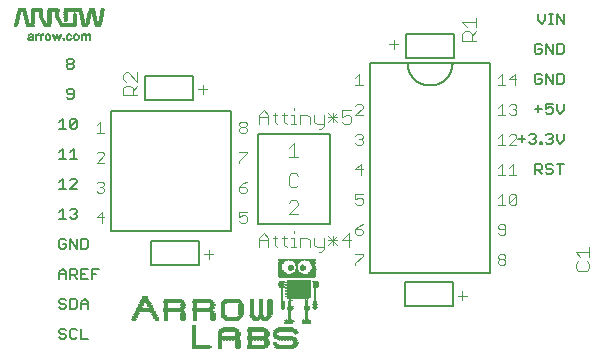
<source format=gto>
G75*
%MOIN*%
%OFA0B0*%
%FSLAX25Y25*%
%IPPOS*%
%LPD*%
%AMOC8*
5,1,8,0,0,1.08239X$1,22.5*
%
%ADD10R,0.06250X0.00250*%
%ADD11R,0.01500X0.00250*%
%ADD12R,0.01250X0.00250*%
%ADD13R,0.06000X0.00250*%
%ADD14R,0.05750X0.00250*%
%ADD15R,0.06500X0.00250*%
%ADD16R,0.01750X0.00250*%
%ADD17R,0.06750X0.00250*%
%ADD18R,0.07250X0.00250*%
%ADD19R,0.07000X0.00250*%
%ADD20R,0.07500X0.00250*%
%ADD21R,0.08000X0.00250*%
%ADD22R,0.02000X0.00250*%
%ADD23R,0.00250X0.00250*%
%ADD24R,0.07750X0.00250*%
%ADD25R,0.05250X0.00250*%
%ADD26R,0.04000X0.00250*%
%ADD27R,0.05500X0.00250*%
%ADD28R,0.05000X0.00250*%
%ADD29R,0.02250X0.00250*%
%ADD30R,0.03000X0.00250*%
%ADD31R,0.03250X0.00250*%
%ADD32R,0.04750X0.00250*%
%ADD33R,0.02750X0.00250*%
%ADD34R,0.02500X0.00250*%
%ADD35R,0.01000X0.00250*%
%ADD36R,0.00500X0.00250*%
%ADD37R,0.00750X0.00250*%
%ADD38R,0.08250X0.00250*%
%ADD39R,0.08500X0.00250*%
%ADD40R,0.12000X0.00250*%
%ADD41R,0.12500X0.00250*%
%ADD42R,0.12750X0.00250*%
%ADD43R,0.03750X0.00250*%
%ADD44R,0.03500X0.00250*%
%ADD45R,0.00600X0.00100*%
%ADD46R,0.01200X0.00100*%
%ADD47R,0.00500X0.00100*%
%ADD48R,0.01900X0.00100*%
%ADD49R,0.01400X0.00100*%
%ADD50R,0.00700X0.00100*%
%ADD51R,0.02000X0.00100*%
%ADD52R,0.01600X0.00100*%
%ADD53R,0.00800X0.00100*%
%ADD54R,0.00100X0.00100*%
%ADD55R,0.00900X0.00100*%
%ADD56R,0.01000X0.00100*%
%ADD57R,0.01800X0.00100*%
%ADD58R,0.00400X0.00100*%
%ADD59R,0.03200X0.00100*%
%ADD60R,0.01700X0.00100*%
%ADD61R,0.01500X0.00100*%
%ADD62R,0.02200X0.00100*%
%ADD63R,0.04900X0.00100*%
%ADD64R,0.02600X0.00100*%
%ADD65R,0.02100X0.00100*%
%ADD66R,0.05200X0.00100*%
%ADD67R,0.02700X0.00100*%
%ADD68R,0.02300X0.00100*%
%ADD69R,0.05400X0.00100*%
%ADD70R,0.01100X0.00100*%
%ADD71R,0.02800X0.00100*%
%ADD72R,0.05500X0.00100*%
%ADD73R,0.02400X0.00100*%
%ADD74R,0.05600X0.00100*%
%ADD75R,0.02900X0.00100*%
%ADD76R,0.02500X0.00100*%
%ADD77R,0.05700X0.00100*%
%ADD78R,0.05800X0.00100*%
%ADD79R,0.03000X0.00100*%
%ADD80R,0.01300X0.00100*%
%ADD81R,0.00200X0.00100*%
%ADD82R,0.03700X0.00100*%
%ADD83R,0.06200X0.00100*%
%ADD84R,0.03800X0.00100*%
%ADD85R,0.03600X0.00100*%
%ADD86R,0.06100X0.00100*%
%ADD87R,0.06000X0.00100*%
%ADD88R,0.03400X0.00100*%
%ADD89C,0.00600*%
%ADD90C,0.00500*%
%ADD91C,0.00300*%
%ADD92C,0.00400*%
D10*
X0085495Y0023906D03*
X0094745Y0027406D03*
X0104495Y0027406D03*
X0114495Y0021156D03*
X0122745Y0017906D03*
X0123995Y0021156D03*
X0132245Y0017906D03*
X0104245Y0012156D03*
X0104245Y0011156D03*
D11*
X0101870Y0012406D03*
X0101870Y0012656D03*
X0101870Y0012906D03*
X0101870Y0013156D03*
X0101870Y0013406D03*
X0101870Y0013656D03*
X0101870Y0013906D03*
X0101870Y0014156D03*
X0101870Y0014406D03*
X0101870Y0014656D03*
X0101870Y0014906D03*
X0101870Y0015156D03*
X0101870Y0015406D03*
X0101870Y0015656D03*
X0101870Y0015906D03*
X0101870Y0016156D03*
X0101870Y0016406D03*
X0101870Y0016656D03*
X0101870Y0016906D03*
X0101870Y0017156D03*
X0101870Y0017406D03*
X0101870Y0017656D03*
X0101870Y0017906D03*
X0101870Y0018156D03*
X0101870Y0018406D03*
X0101870Y0018656D03*
X0101870Y0018906D03*
X0102120Y0020656D03*
X0102120Y0020906D03*
X0102120Y0021156D03*
X0102120Y0021406D03*
X0102120Y0021656D03*
X0102120Y0021906D03*
X0102120Y0022156D03*
X0102120Y0022406D03*
X0102120Y0022656D03*
X0102120Y0022906D03*
X0102120Y0023156D03*
X0102120Y0023406D03*
X0102120Y0024906D03*
X0102120Y0025156D03*
X0102120Y0025406D03*
X0102120Y0025656D03*
X0102120Y0025906D03*
X0102120Y0026156D03*
X0098120Y0026156D03*
X0098120Y0025156D03*
X0098120Y0023156D03*
X0092370Y0023156D03*
X0092370Y0023406D03*
X0092370Y0022906D03*
X0092370Y0022656D03*
X0092370Y0022406D03*
X0092370Y0022156D03*
X0092370Y0021906D03*
X0092370Y0021656D03*
X0092370Y0021406D03*
X0092370Y0021156D03*
X0092370Y0020906D03*
X0092370Y0020656D03*
X0089370Y0020906D03*
X0089120Y0021406D03*
X0088870Y0021906D03*
X0088620Y0022406D03*
X0088370Y0022906D03*
X0087370Y0024906D03*
X0087120Y0025406D03*
X0086870Y0025906D03*
X0086620Y0026406D03*
X0084620Y0026656D03*
X0084370Y0026156D03*
X0084120Y0025656D03*
X0083870Y0025156D03*
X0082870Y0023156D03*
X0082620Y0022656D03*
X0082370Y0022156D03*
X0082120Y0021656D03*
X0081870Y0021156D03*
X0092370Y0024906D03*
X0092370Y0025156D03*
X0092370Y0025406D03*
X0092370Y0025656D03*
X0092370Y0025906D03*
X0092370Y0026156D03*
X0107870Y0026156D03*
X0107870Y0025156D03*
X0107870Y0023156D03*
X0111620Y0023156D03*
X0111620Y0023406D03*
X0111620Y0023656D03*
X0111620Y0023906D03*
X0111620Y0024156D03*
X0111620Y0024406D03*
X0111620Y0024656D03*
X0111620Y0024906D03*
X0111620Y0025156D03*
X0111620Y0025406D03*
X0111620Y0025656D03*
X0111620Y0025906D03*
X0111620Y0022906D03*
X0111620Y0022656D03*
X0111620Y0022406D03*
X0117370Y0022156D03*
X0121120Y0022406D03*
X0121120Y0022656D03*
X0121120Y0022906D03*
X0121120Y0023156D03*
X0121120Y0023406D03*
X0121120Y0023656D03*
X0121120Y0023906D03*
X0121120Y0024156D03*
X0121120Y0024406D03*
X0121120Y0024656D03*
X0121120Y0024906D03*
X0121120Y0025156D03*
X0121120Y0025406D03*
X0121120Y0025656D03*
X0121120Y0025906D03*
X0121120Y0026156D03*
X0121120Y0026406D03*
X0121120Y0026656D03*
X0121120Y0026906D03*
X0121120Y0027156D03*
X0121120Y0027406D03*
X0124120Y0027406D03*
X0124120Y0027156D03*
X0124120Y0026906D03*
X0124120Y0026656D03*
X0124120Y0026406D03*
X0124120Y0026156D03*
X0124120Y0025906D03*
X0124120Y0025656D03*
X0124120Y0025406D03*
X0124120Y0025156D03*
X0124120Y0024906D03*
X0124120Y0024656D03*
X0124120Y0024406D03*
X0124120Y0024156D03*
X0124120Y0023906D03*
X0124120Y0023656D03*
X0124120Y0023406D03*
X0124120Y0023156D03*
X0124120Y0022906D03*
X0124120Y0022656D03*
X0124120Y0022406D03*
X0126870Y0022156D03*
X0131370Y0024656D03*
X0131370Y0024906D03*
X0131370Y0025156D03*
X0131370Y0025406D03*
X0131370Y0025656D03*
X0131370Y0025906D03*
X0131370Y0026156D03*
X0131370Y0026406D03*
X0133870Y0023906D03*
X0133870Y0020906D03*
X0135620Y0016656D03*
X0135620Y0013656D03*
X0135620Y0013406D03*
X0135620Y0012656D03*
X0128870Y0012906D03*
X0128870Y0013156D03*
X0126120Y0013656D03*
X0126120Y0012656D03*
X0126120Y0016656D03*
X0128870Y0016406D03*
X0128870Y0016156D03*
X0128870Y0015906D03*
X0128870Y0015656D03*
X0120370Y0015656D03*
X0120370Y0015906D03*
X0120370Y0016156D03*
X0120370Y0016406D03*
X0120370Y0016656D03*
X0120370Y0015406D03*
X0120370Y0013906D03*
X0120370Y0013656D03*
X0120370Y0013406D03*
X0120370Y0013156D03*
X0120370Y0012906D03*
X0120370Y0012656D03*
X0120370Y0012406D03*
X0116370Y0016656D03*
X0110620Y0016406D03*
X0110620Y0016156D03*
X0110620Y0015906D03*
X0110620Y0015656D03*
X0110620Y0015406D03*
X0110620Y0013906D03*
X0110620Y0013656D03*
X0110620Y0013406D03*
X0110620Y0013156D03*
X0110620Y0012906D03*
X0110620Y0012656D03*
X0110620Y0012406D03*
X0110620Y0012156D03*
X0110620Y0011906D03*
X0110620Y0011656D03*
X0110620Y0011406D03*
X0110620Y0011156D03*
X0117370Y0026156D03*
X0130620Y0037406D03*
X0130620Y0037656D03*
X0130620Y0037906D03*
X0130620Y0038156D03*
X0130620Y0038406D03*
X0130620Y0038656D03*
X0130620Y0038906D03*
X0130620Y0039156D03*
X0136120Y0039656D03*
X0138120Y0037406D03*
X0136120Y0036906D03*
X0141620Y0037406D03*
X0141870Y0038656D03*
X0141620Y0038906D03*
X0141620Y0039156D03*
X0141620Y0039406D03*
X0142370Y0031656D03*
X0142120Y0026406D03*
X0142120Y0026156D03*
X0142120Y0025656D03*
X0142120Y0025406D03*
X0142120Y0025156D03*
X0142120Y0024656D03*
D12*
X0141995Y0024406D03*
X0139495Y0023906D03*
X0139495Y0020906D03*
X0135745Y0016156D03*
X0131495Y0024406D03*
X0131495Y0026656D03*
X0131495Y0026906D03*
X0133995Y0027156D03*
X0126995Y0027406D03*
X0141995Y0026906D03*
X0141995Y0026656D03*
X0141745Y0037906D03*
X0141745Y0038156D03*
X0141745Y0038406D03*
X0136245Y0039406D03*
X0134245Y0038906D03*
X0136245Y0037156D03*
X0107995Y0020656D03*
X0098245Y0020656D03*
X0089495Y0020656D03*
X0081745Y0020656D03*
X0116495Y0011156D03*
D13*
X0122620Y0011156D03*
X0113620Y0017656D03*
X0114620Y0027156D03*
X0085620Y0024156D03*
D14*
X0085495Y0024406D03*
X0132245Y0011156D03*
D15*
X0132370Y0011406D03*
X0131620Y0015156D03*
X0122870Y0011406D03*
X0113620Y0017406D03*
X0114620Y0021406D03*
X0124120Y0021406D03*
X0114620Y0026906D03*
X0104370Y0011906D03*
X0104370Y0011656D03*
X0104370Y0011406D03*
X0085620Y0023656D03*
D16*
X0087245Y0025156D03*
X0086995Y0025656D03*
X0086745Y0026156D03*
X0086495Y0026656D03*
X0085495Y0028406D03*
X0084495Y0026406D03*
X0084245Y0025906D03*
X0083995Y0025406D03*
X0083745Y0024906D03*
X0082995Y0023406D03*
X0082745Y0022906D03*
X0082495Y0022406D03*
X0082245Y0021906D03*
X0081995Y0021406D03*
X0081745Y0020906D03*
X0087995Y0023406D03*
X0088245Y0023156D03*
X0088495Y0022656D03*
X0088745Y0022156D03*
X0088995Y0021656D03*
X0089245Y0021156D03*
X0098245Y0021156D03*
X0098245Y0021406D03*
X0098245Y0021656D03*
X0098245Y0021906D03*
X0098245Y0022156D03*
X0098245Y0022406D03*
X0098245Y0022656D03*
X0098245Y0022906D03*
X0098245Y0020906D03*
X0097995Y0024906D03*
X0098245Y0025406D03*
X0098245Y0025656D03*
X0098245Y0025906D03*
X0107745Y0024906D03*
X0107995Y0025406D03*
X0107995Y0025656D03*
X0107995Y0025906D03*
X0107995Y0022906D03*
X0107995Y0022656D03*
X0107995Y0022406D03*
X0107995Y0022156D03*
X0107995Y0021906D03*
X0107995Y0021656D03*
X0107995Y0021406D03*
X0107995Y0021156D03*
X0107995Y0020906D03*
X0111745Y0022156D03*
X0117245Y0021906D03*
X0117495Y0022406D03*
X0117495Y0022656D03*
X0117495Y0022906D03*
X0117495Y0023156D03*
X0117495Y0023406D03*
X0117495Y0023656D03*
X0117495Y0023906D03*
X0117495Y0024156D03*
X0117495Y0024406D03*
X0117495Y0024656D03*
X0117495Y0024906D03*
X0117495Y0025156D03*
X0117495Y0025406D03*
X0117495Y0025656D03*
X0117495Y0025906D03*
X0121245Y0022156D03*
X0122495Y0020656D03*
X0123995Y0022156D03*
X0125495Y0020656D03*
X0126745Y0021906D03*
X0126995Y0022406D03*
X0126995Y0022656D03*
X0126995Y0022906D03*
X0126995Y0023156D03*
X0126995Y0023406D03*
X0126995Y0023656D03*
X0126995Y0023906D03*
X0126995Y0024156D03*
X0126995Y0024406D03*
X0126995Y0024656D03*
X0126995Y0024906D03*
X0126995Y0025156D03*
X0126995Y0025406D03*
X0126995Y0025656D03*
X0126995Y0025906D03*
X0126995Y0026156D03*
X0126995Y0026406D03*
X0126995Y0026656D03*
X0126995Y0026906D03*
X0126995Y0027156D03*
X0131245Y0031656D03*
X0130995Y0031906D03*
X0130995Y0033406D03*
X0130745Y0037156D03*
X0130745Y0039406D03*
X0130745Y0039656D03*
X0134245Y0038656D03*
X0134245Y0037656D03*
X0134245Y0037406D03*
X0136245Y0039906D03*
X0138245Y0038656D03*
X0141495Y0037156D03*
X0141495Y0036906D03*
X0141745Y0037656D03*
X0142245Y0033406D03*
X0142495Y0033156D03*
X0141995Y0025906D03*
X0141995Y0024906D03*
X0139495Y0025156D03*
X0133995Y0025156D03*
X0135745Y0016406D03*
X0135745Y0013156D03*
X0135745Y0012906D03*
X0135495Y0012406D03*
X0128995Y0012656D03*
X0126245Y0012906D03*
X0126245Y0013156D03*
X0126245Y0013406D03*
X0125995Y0012406D03*
X0125995Y0015406D03*
X0126245Y0015656D03*
X0126245Y0015906D03*
X0126245Y0016156D03*
X0126245Y0016406D03*
X0128995Y0016656D03*
X0128995Y0015406D03*
X0116495Y0015406D03*
X0116495Y0015656D03*
X0116495Y0015906D03*
X0116495Y0016156D03*
X0116495Y0016406D03*
X0116495Y0013906D03*
X0116495Y0013656D03*
X0116495Y0013406D03*
X0116495Y0013156D03*
X0116495Y0012906D03*
X0116495Y0012656D03*
X0116495Y0012406D03*
X0116495Y0012156D03*
X0116495Y0011906D03*
X0116495Y0011656D03*
X0116495Y0011406D03*
X0110745Y0016656D03*
X0111745Y0026156D03*
D17*
X0114495Y0026656D03*
X0104745Y0027156D03*
X0094995Y0027156D03*
X0113495Y0017156D03*
X0122995Y0017656D03*
X0132745Y0014156D03*
X0122995Y0011656D03*
D18*
X0123245Y0012156D03*
X0123245Y0014156D03*
X0123245Y0015156D03*
X0123245Y0016906D03*
X0131995Y0014906D03*
X0132245Y0014656D03*
X0132495Y0014406D03*
X0132245Y0011656D03*
X0104995Y0023656D03*
X0104995Y0024656D03*
X0104995Y0026406D03*
X0095245Y0026406D03*
X0095245Y0024656D03*
X0095245Y0023656D03*
D19*
X0095120Y0023906D03*
X0095120Y0024156D03*
X0095120Y0024406D03*
X0095120Y0026656D03*
X0095120Y0026906D03*
X0104870Y0026906D03*
X0104870Y0026656D03*
X0104870Y0024406D03*
X0104870Y0024156D03*
X0104870Y0023906D03*
X0114620Y0021656D03*
X0114620Y0026406D03*
X0124120Y0021656D03*
X0123120Y0017406D03*
X0123120Y0017156D03*
X0123120Y0014906D03*
X0123120Y0014656D03*
X0123120Y0014406D03*
X0123120Y0011906D03*
X0113620Y0016906D03*
X0132370Y0017656D03*
D20*
X0132370Y0017406D03*
X0132370Y0011906D03*
X0113620Y0014156D03*
X0113620Y0014406D03*
X0113620Y0014656D03*
X0113620Y0014906D03*
X0113620Y0015156D03*
X0136620Y0027906D03*
D21*
X0132370Y0016906D03*
X0132370Y0012156D03*
D22*
X0129120Y0012406D03*
X0125870Y0013906D03*
X0135370Y0013906D03*
X0121370Y0021906D03*
X0111870Y0021906D03*
X0107620Y0023406D03*
X0097870Y0023406D03*
X0085620Y0028156D03*
X0130870Y0032156D03*
X0130870Y0032656D03*
X0130870Y0032906D03*
X0131120Y0033156D03*
X0130870Y0036656D03*
X0130870Y0036906D03*
X0134120Y0037906D03*
X0134120Y0038406D03*
X0136120Y0036656D03*
X0138120Y0037656D03*
X0138120Y0037906D03*
X0138120Y0038156D03*
X0138120Y0038406D03*
X0141370Y0039906D03*
X0141620Y0039656D03*
X0142620Y0032656D03*
X0142620Y0032156D03*
X0142370Y0031906D03*
X0139620Y0024906D03*
X0139620Y0024156D03*
X0133870Y0024156D03*
X0133870Y0024656D03*
X0133870Y0024906D03*
X0130870Y0039906D03*
D23*
X0137995Y0039156D03*
X0141745Y0033656D03*
X0142245Y0033656D03*
X0142745Y0033656D03*
X0139745Y0027406D03*
X0139245Y0027406D03*
X0138495Y0020906D03*
X0132745Y0020906D03*
X0135745Y0015906D03*
X0133995Y0013906D03*
X0133495Y0013906D03*
X0132995Y0013906D03*
X0132495Y0013906D03*
X0131995Y0013906D03*
X0131495Y0013906D03*
X0130995Y0013906D03*
X0130495Y0013906D03*
X0124495Y0013906D03*
X0123995Y0013906D03*
X0123495Y0013906D03*
X0122995Y0013906D03*
X0122495Y0013906D03*
X0121995Y0013906D03*
X0121495Y0013906D03*
X0115245Y0013906D03*
X0114745Y0013906D03*
X0114245Y0013906D03*
X0113745Y0013906D03*
X0113245Y0013906D03*
X0112745Y0013906D03*
X0112245Y0013906D03*
X0111745Y0013906D03*
X0106245Y0023406D03*
X0105745Y0023406D03*
X0105245Y0023406D03*
X0104745Y0023406D03*
X0104245Y0023406D03*
X0103745Y0023406D03*
X0103245Y0023406D03*
X0096495Y0023406D03*
X0095995Y0023406D03*
X0095495Y0023406D03*
X0094995Y0023406D03*
X0094495Y0023406D03*
X0093995Y0023406D03*
X0093495Y0023406D03*
X0086745Y0023406D03*
X0086245Y0023406D03*
X0085745Y0023406D03*
X0085245Y0023406D03*
X0084745Y0023406D03*
X0084245Y0023406D03*
X0130745Y0033656D03*
X0131245Y0033656D03*
X0131745Y0033656D03*
D24*
X0136745Y0033906D03*
X0132245Y0017156D03*
D25*
X0114495Y0027406D03*
X0113495Y0017906D03*
D26*
X0113620Y0018156D03*
X0114620Y0027656D03*
D27*
X0114620Y0020906D03*
X0122620Y0018156D03*
X0104370Y0027656D03*
X0094620Y0027656D03*
X0085620Y0024656D03*
D28*
X0132370Y0018156D03*
X0136120Y0040656D03*
D29*
X0141245Y0040156D03*
X0134245Y0038156D03*
X0130995Y0040156D03*
X0141495Y0036656D03*
X0142495Y0032906D03*
X0142495Y0032406D03*
X0130995Y0032406D03*
X0139495Y0024656D03*
X0139495Y0024406D03*
X0133995Y0024406D03*
X0133745Y0019406D03*
X0139245Y0019406D03*
X0123995Y0021906D03*
X0085495Y0027906D03*
D30*
X0085620Y0027156D03*
X0131370Y0036156D03*
X0141120Y0040406D03*
X0139370Y0020656D03*
X0139370Y0020406D03*
X0139370Y0020156D03*
X0139370Y0019906D03*
X0139370Y0019656D03*
X0133620Y0019656D03*
X0133620Y0019906D03*
X0133620Y0020406D03*
D31*
X0133745Y0020156D03*
X0085495Y0026906D03*
D32*
X0114495Y0020656D03*
D33*
X0125495Y0020906D03*
X0133745Y0020656D03*
X0140995Y0036156D03*
X0131245Y0040406D03*
X0085495Y0027406D03*
D34*
X0085620Y0027656D03*
X0122620Y0020906D03*
X0131120Y0036406D03*
X0136120Y0036406D03*
X0141120Y0036406D03*
X0136120Y0040156D03*
D35*
X0136120Y0039156D03*
X0136120Y0038906D03*
X0136120Y0037406D03*
X0134120Y0037156D03*
X0138120Y0037156D03*
X0138120Y0038906D03*
X0142120Y0031406D03*
X0139620Y0027156D03*
X0139620Y0026906D03*
X0139620Y0026656D03*
X0139620Y0026406D03*
X0139620Y0026156D03*
X0139620Y0025906D03*
X0139620Y0025656D03*
X0139620Y0025406D03*
X0139620Y0023656D03*
X0139620Y0023406D03*
X0139620Y0023156D03*
X0139620Y0022906D03*
X0139620Y0022656D03*
X0139620Y0022406D03*
X0139620Y0022156D03*
X0139620Y0021906D03*
X0139620Y0021656D03*
X0139620Y0021406D03*
X0139620Y0021156D03*
X0133870Y0021156D03*
X0133870Y0021406D03*
X0133870Y0021656D03*
X0133870Y0021906D03*
X0133870Y0022156D03*
X0133870Y0022406D03*
X0133870Y0022656D03*
X0133870Y0022906D03*
X0133870Y0023156D03*
X0133870Y0023406D03*
X0133870Y0023656D03*
X0133870Y0025406D03*
X0133870Y0025656D03*
X0133870Y0025906D03*
X0133870Y0026156D03*
X0133870Y0026406D03*
X0133870Y0026656D03*
X0133870Y0026906D03*
X0127120Y0027656D03*
X0124120Y0027656D03*
X0121120Y0027656D03*
D36*
X0131370Y0024156D03*
X0133870Y0027406D03*
X0142120Y0024156D03*
X0136120Y0038156D03*
X0136120Y0038656D03*
D37*
X0136245Y0038406D03*
X0136245Y0037906D03*
X0136245Y0037656D03*
X0131245Y0031406D03*
X0131245Y0031156D03*
X0131245Y0030906D03*
X0131245Y0030656D03*
X0131245Y0030406D03*
X0131245Y0030156D03*
X0131245Y0029906D03*
X0131245Y0029656D03*
X0131245Y0029406D03*
X0131245Y0029156D03*
X0131245Y0028906D03*
X0131245Y0028656D03*
X0131245Y0028406D03*
X0131245Y0028156D03*
X0131245Y0027906D03*
X0131245Y0027656D03*
X0131245Y0027406D03*
X0131245Y0027156D03*
X0142245Y0027156D03*
X0142245Y0027406D03*
X0142245Y0027656D03*
X0142245Y0027906D03*
X0142245Y0028156D03*
X0142245Y0028406D03*
X0142245Y0028656D03*
X0142245Y0028906D03*
X0142245Y0029156D03*
X0142245Y0029406D03*
X0142245Y0029656D03*
X0142245Y0029906D03*
X0142245Y0030156D03*
X0142245Y0030406D03*
X0142245Y0030656D03*
X0142245Y0030906D03*
X0142245Y0031156D03*
D38*
X0136745Y0031406D03*
X0136745Y0031906D03*
X0136745Y0032406D03*
X0136745Y0032906D03*
X0136745Y0033406D03*
X0136745Y0033656D03*
X0136745Y0030906D03*
X0136745Y0030406D03*
X0136745Y0029906D03*
X0136745Y0029406D03*
X0136745Y0028906D03*
X0136745Y0028406D03*
X0136745Y0028156D03*
D39*
X0136620Y0028656D03*
X0136620Y0029156D03*
X0136620Y0029656D03*
X0136620Y0030156D03*
X0136620Y0030656D03*
X0136620Y0031156D03*
X0136620Y0031656D03*
X0136620Y0032156D03*
X0136620Y0032656D03*
X0136620Y0033156D03*
D40*
X0136120Y0034906D03*
D41*
X0136120Y0035156D03*
X0136120Y0035406D03*
X0136120Y0035906D03*
X0136120Y0040906D03*
D42*
X0136245Y0035656D03*
D43*
X0136245Y0036156D03*
D44*
X0136120Y0040406D03*
X0140620Y0040656D03*
X0131620Y0040656D03*
D45*
X0062645Y0113756D03*
X0062045Y0114256D03*
X0061945Y0114356D03*
X0061945Y0114456D03*
X0061845Y0114556D03*
X0061845Y0114656D03*
X0061845Y0114756D03*
X0061845Y0114856D03*
X0061845Y0114956D03*
X0061845Y0115056D03*
X0061845Y0115156D03*
X0061945Y0115256D03*
X0061945Y0115456D03*
X0062045Y0115556D03*
X0062645Y0116056D03*
X0063345Y0115456D03*
X0063345Y0115356D03*
X0063445Y0115156D03*
X0063445Y0115056D03*
X0063445Y0114956D03*
X0063445Y0114856D03*
X0063445Y0114756D03*
X0063445Y0114656D03*
X0063445Y0114556D03*
X0063345Y0114456D03*
X0063345Y0114356D03*
X0064445Y0114356D03*
X0064445Y0114456D03*
X0064445Y0114556D03*
X0064445Y0114656D03*
X0064445Y0114756D03*
X0064445Y0114856D03*
X0064445Y0114956D03*
X0064445Y0115056D03*
X0064445Y0115156D03*
X0064445Y0115256D03*
X0064445Y0115356D03*
X0064445Y0115856D03*
X0064445Y0115956D03*
X0065845Y0115356D03*
X0065845Y0115256D03*
X0065845Y0115156D03*
X0065845Y0115056D03*
X0065845Y0114956D03*
X0065845Y0114856D03*
X0065845Y0114756D03*
X0065845Y0114656D03*
X0065845Y0114556D03*
X0065845Y0114456D03*
X0065845Y0114356D03*
X0065845Y0114256D03*
X0065845Y0114156D03*
X0065845Y0114056D03*
X0065845Y0113956D03*
X0065845Y0113856D03*
X0067145Y0113856D03*
X0067145Y0113956D03*
X0067145Y0114056D03*
X0067145Y0114156D03*
X0067145Y0114256D03*
X0067145Y0114356D03*
X0067145Y0114456D03*
X0067145Y0114556D03*
X0067145Y0114656D03*
X0067145Y0114756D03*
X0067145Y0114856D03*
X0067145Y0114956D03*
X0067145Y0115056D03*
X0067145Y0115156D03*
X0067145Y0115256D03*
X0067145Y0115356D03*
X0067145Y0115456D03*
X0066745Y0116056D03*
X0064445Y0114256D03*
X0064445Y0114156D03*
X0064445Y0114056D03*
X0064445Y0113956D03*
X0064445Y0113856D03*
X0060945Y0114356D03*
X0060945Y0114456D03*
X0060845Y0114256D03*
X0060245Y0113756D03*
X0059545Y0114356D03*
X0059545Y0114456D03*
X0059445Y0114556D03*
X0059445Y0114656D03*
X0059445Y0114756D03*
X0059445Y0114856D03*
X0059445Y0114956D03*
X0059445Y0115056D03*
X0059445Y0115156D03*
X0059545Y0115256D03*
X0059545Y0115356D03*
X0059545Y0115456D03*
X0060845Y0115556D03*
X0060945Y0115456D03*
X0060945Y0115356D03*
X0058445Y0114256D03*
X0058445Y0114056D03*
X0058445Y0113856D03*
X0057145Y0114756D03*
X0057245Y0114956D03*
X0057245Y0115156D03*
X0057345Y0115256D03*
X0057345Y0115456D03*
X0057345Y0115556D03*
X0057445Y0115656D03*
X0057445Y0115756D03*
X0057445Y0115856D03*
X0056145Y0115956D03*
X0056145Y0115756D03*
X0054945Y0115456D03*
X0054945Y0115256D03*
X0055045Y0115156D03*
X0055045Y0115056D03*
X0055145Y0114756D03*
X0055145Y0114656D03*
X0055445Y0113856D03*
X0056845Y0113856D03*
X0054845Y0115656D03*
X0054845Y0115756D03*
X0054845Y0115856D03*
X0053845Y0115456D03*
X0053845Y0115356D03*
X0053945Y0115156D03*
X0053945Y0115056D03*
X0053945Y0114956D03*
X0053945Y0114856D03*
X0053945Y0114756D03*
X0053945Y0114656D03*
X0053945Y0114556D03*
X0053845Y0114456D03*
X0053845Y0114356D03*
X0053145Y0113756D03*
X0052445Y0114356D03*
X0052445Y0114456D03*
X0052345Y0114556D03*
X0052345Y0114656D03*
X0052345Y0114756D03*
X0052345Y0114856D03*
X0052345Y0114956D03*
X0052345Y0115056D03*
X0052345Y0115156D03*
X0052445Y0115256D03*
X0052445Y0115456D03*
X0053145Y0116056D03*
X0051545Y0115956D03*
X0050745Y0115956D03*
X0050745Y0115856D03*
X0050745Y0115156D03*
X0050745Y0115056D03*
X0050745Y0114956D03*
X0050745Y0114856D03*
X0050745Y0114756D03*
X0050745Y0114656D03*
X0050745Y0114556D03*
X0050745Y0114456D03*
X0050745Y0114356D03*
X0050745Y0114256D03*
X0050745Y0114156D03*
X0050745Y0114056D03*
X0050745Y0113956D03*
X0050745Y0113856D03*
X0049145Y0113856D03*
X0049145Y0113956D03*
X0049145Y0114056D03*
X0049145Y0114156D03*
X0049145Y0114256D03*
X0049145Y0114356D03*
X0049145Y0114456D03*
X0049145Y0114556D03*
X0049145Y0114656D03*
X0049145Y0114756D03*
X0049145Y0114856D03*
X0049145Y0114956D03*
X0049145Y0115056D03*
X0049145Y0115156D03*
X0049145Y0115856D03*
X0049145Y0115956D03*
X0049945Y0115956D03*
X0048145Y0115556D03*
X0048145Y0115456D03*
X0048145Y0115356D03*
X0048145Y0114856D03*
X0048145Y0114756D03*
X0048145Y0114656D03*
X0048145Y0114556D03*
X0048145Y0114456D03*
X0047145Y0113756D03*
X0046645Y0114256D03*
X0046645Y0114356D03*
X0046645Y0114456D03*
X0046645Y0114556D03*
X0046745Y0114656D03*
X0046745Y0115456D03*
X0046745Y0115556D03*
X0062245Y0122956D03*
D46*
X0064345Y0122556D03*
X0064645Y0121056D03*
X0064845Y0120056D03*
X0065045Y0119456D03*
X0062145Y0119456D03*
X0062645Y0115956D03*
X0062645Y0113856D03*
X0060245Y0113856D03*
X0060245Y0115956D03*
X0057345Y0119656D03*
X0057245Y0119756D03*
X0057245Y0119856D03*
X0057145Y0119956D03*
X0057145Y0120056D03*
X0057045Y0120156D03*
X0057045Y0120256D03*
X0056945Y0120356D03*
X0056845Y0120556D03*
X0056745Y0120756D03*
X0056645Y0120856D03*
X0056645Y0120956D03*
X0056545Y0121156D03*
X0056445Y0121256D03*
X0056445Y0121356D03*
X0056345Y0121456D03*
X0056345Y0121556D03*
X0053645Y0123556D03*
X0050945Y0121456D03*
X0050945Y0121356D03*
X0051045Y0121256D03*
X0051045Y0121156D03*
X0051145Y0121056D03*
X0051245Y0120856D03*
X0051345Y0120656D03*
X0051445Y0120556D03*
X0051445Y0120456D03*
X0051545Y0120356D03*
X0051545Y0120256D03*
X0051645Y0120156D03*
X0051745Y0119956D03*
X0051845Y0119756D03*
X0051945Y0119556D03*
X0052045Y0119456D03*
X0053145Y0115956D03*
X0053145Y0113856D03*
X0047145Y0113856D03*
X0047145Y0114856D03*
X0046345Y0119456D03*
X0046045Y0120556D03*
X0045945Y0121056D03*
X0043545Y0123256D03*
X0043645Y0123556D03*
X0059045Y0123556D03*
X0066845Y0122256D03*
X0066945Y0122756D03*
X0066745Y0121756D03*
X0068845Y0120956D03*
X0068945Y0120456D03*
X0069145Y0119456D03*
X0070445Y0119456D03*
X0070545Y0119756D03*
X0071045Y0122356D03*
X0066745Y0115856D03*
X0065445Y0115856D03*
D47*
X0063395Y0115256D03*
X0060995Y0114556D03*
X0057295Y0115356D03*
X0057195Y0115056D03*
X0057195Y0114856D03*
X0057095Y0114656D03*
X0056495Y0114656D03*
X0056495Y0114756D03*
X0056495Y0114856D03*
X0056395Y0115156D03*
X0055795Y0114856D03*
X0055795Y0114756D03*
X0055795Y0114656D03*
X0055095Y0114856D03*
X0055095Y0114956D03*
X0054995Y0115356D03*
X0053895Y0115256D03*
X0048195Y0113856D03*
X0042495Y0118356D03*
X0058995Y0120056D03*
X0071395Y0124656D03*
D48*
X0067695Y0124356D03*
X0065595Y0118556D03*
X0069795Y0118556D03*
X0047495Y0113956D03*
X0044495Y0124556D03*
D49*
X0049545Y0115756D03*
X0049545Y0115656D03*
X0051145Y0115656D03*
X0051145Y0115756D03*
X0053145Y0115856D03*
X0053145Y0113956D03*
X0047745Y0115056D03*
X0060245Y0113956D03*
X0062645Y0113956D03*
X0062645Y0115856D03*
D50*
X0063295Y0115556D03*
X0064495Y0115456D03*
X0065895Y0115456D03*
X0067095Y0115556D03*
X0063295Y0114256D03*
X0062095Y0114156D03*
X0061895Y0115356D03*
X0060795Y0115656D03*
X0060195Y0116056D03*
X0059595Y0115556D03*
X0059595Y0114256D03*
X0059695Y0114156D03*
X0058395Y0114156D03*
X0058395Y0114356D03*
X0058395Y0113956D03*
X0056795Y0113956D03*
X0055495Y0113956D03*
X0054895Y0115556D03*
X0054795Y0115956D03*
X0053795Y0115556D03*
X0052495Y0115556D03*
X0052395Y0115356D03*
X0051495Y0115856D03*
X0050795Y0115356D03*
X0050795Y0115256D03*
X0049895Y0115856D03*
X0049195Y0115356D03*
X0049195Y0115256D03*
X0048095Y0115256D03*
X0048095Y0115656D03*
X0046895Y0115656D03*
X0048095Y0114356D03*
X0052495Y0114256D03*
X0052595Y0114156D03*
X0053795Y0114256D03*
X0056195Y0115856D03*
X0057495Y0115956D03*
X0042495Y0118456D03*
X0071395Y0124556D03*
D51*
X0067745Y0124256D03*
X0065645Y0118656D03*
X0047445Y0114056D03*
D52*
X0053145Y0114056D03*
X0053145Y0115756D03*
X0060245Y0115756D03*
X0060245Y0114056D03*
X0062645Y0114056D03*
X0062645Y0115756D03*
X0065645Y0118456D03*
X0069845Y0118456D03*
D53*
X0065845Y0115556D03*
X0065445Y0115956D03*
X0064545Y0115556D03*
X0063145Y0114156D03*
X0062145Y0115656D03*
X0060745Y0114156D03*
X0059745Y0115656D03*
X0056845Y0114256D03*
X0056845Y0114156D03*
X0056845Y0114056D03*
X0055445Y0114056D03*
X0055445Y0114156D03*
X0055445Y0114256D03*
X0056145Y0115356D03*
X0056145Y0115456D03*
X0056145Y0115556D03*
X0056145Y0115656D03*
X0053645Y0114156D03*
X0052645Y0115656D03*
X0048045Y0114256D03*
X0046745Y0114156D03*
X0058945Y0120156D03*
X0062245Y0122856D03*
D54*
X0062195Y0123056D03*
X0062195Y0123556D03*
X0061995Y0123556D03*
X0061795Y0123556D03*
X0061595Y0123556D03*
X0061395Y0123556D03*
X0061195Y0123556D03*
X0060995Y0123556D03*
X0060795Y0123556D03*
X0060595Y0123556D03*
X0060395Y0123556D03*
X0060195Y0123556D03*
X0059995Y0123556D03*
X0059795Y0123556D03*
X0062395Y0123556D03*
X0062595Y0123556D03*
X0062795Y0123556D03*
X0062995Y0123556D03*
X0063195Y0123556D03*
X0063395Y0123556D03*
X0055595Y0123556D03*
X0055395Y0123556D03*
X0055195Y0123556D03*
X0054995Y0123556D03*
X0054795Y0123556D03*
X0054595Y0123556D03*
X0054395Y0123556D03*
X0049995Y0123556D03*
X0049795Y0123556D03*
X0049595Y0123556D03*
X0049395Y0123556D03*
X0049195Y0123556D03*
X0048995Y0123556D03*
X0044595Y0123556D03*
X0044395Y0123556D03*
X0047095Y0119456D03*
X0047295Y0119456D03*
X0047495Y0119456D03*
X0049995Y0115556D03*
X0050195Y0115556D03*
X0051595Y0115556D03*
X0051795Y0115556D03*
X0053095Y0114156D03*
X0058195Y0114456D03*
X0058395Y0114456D03*
X0058595Y0114456D03*
X0060195Y0114156D03*
X0060995Y0115256D03*
X0061195Y0115256D03*
X0060295Y0115656D03*
X0062595Y0114156D03*
X0065195Y0116056D03*
X0061395Y0119456D03*
X0061195Y0119456D03*
X0060695Y0119456D03*
X0060495Y0119456D03*
X0059995Y0119456D03*
X0059795Y0119456D03*
X0059295Y0119456D03*
X0059095Y0119456D03*
X0058895Y0119456D03*
X0058695Y0119456D03*
X0058495Y0119456D03*
X0058295Y0119456D03*
X0052795Y0119456D03*
X0046895Y0115056D03*
X0047395Y0114156D03*
D55*
X0047995Y0114156D03*
X0047995Y0115156D03*
X0047495Y0116056D03*
X0046895Y0114756D03*
X0049295Y0115456D03*
X0050895Y0115456D03*
X0053595Y0115656D03*
X0058995Y0120256D03*
X0062195Y0122756D03*
X0071395Y0124456D03*
X0066695Y0115956D03*
X0063095Y0115656D03*
X0042495Y0118556D03*
D56*
X0042445Y0118656D03*
X0042845Y0120356D03*
X0045945Y0120956D03*
X0048245Y0121056D03*
X0048245Y0121356D03*
X0048245Y0121556D03*
X0048245Y0121756D03*
X0048245Y0121956D03*
X0048245Y0122256D03*
X0048245Y0122456D03*
X0048245Y0122756D03*
X0048245Y0122956D03*
X0048245Y0123256D03*
X0050845Y0123256D03*
X0050845Y0123456D03*
X0050845Y0123056D03*
X0050845Y0122856D03*
X0050845Y0122656D03*
X0050845Y0122456D03*
X0050845Y0122256D03*
X0050845Y0122056D03*
X0050845Y0121856D03*
X0053645Y0121756D03*
X0053645Y0122156D03*
X0053645Y0122556D03*
X0053645Y0122956D03*
X0053645Y0123356D03*
X0053645Y0121356D03*
X0053645Y0120956D03*
X0053645Y0120556D03*
X0053645Y0120156D03*
X0053645Y0119756D03*
X0053645Y0119556D03*
X0050945Y0115556D03*
X0049345Y0115556D03*
X0048245Y0119656D03*
X0048245Y0119956D03*
X0048245Y0120156D03*
X0048245Y0120356D03*
X0048245Y0120556D03*
X0048245Y0120756D03*
X0055445Y0114556D03*
X0055445Y0114456D03*
X0055445Y0114356D03*
X0056145Y0115056D03*
X0056145Y0115256D03*
X0056845Y0114556D03*
X0056845Y0114456D03*
X0056845Y0114356D03*
X0062245Y0119656D03*
X0062245Y0119956D03*
X0062245Y0120256D03*
X0062245Y0120556D03*
X0062245Y0120856D03*
X0062245Y0121256D03*
X0062245Y0121556D03*
X0062245Y0121956D03*
X0062245Y0122256D03*
X0062245Y0122556D03*
X0064245Y0123156D03*
X0064345Y0122456D03*
X0064545Y0121456D03*
X0064645Y0120956D03*
X0064745Y0120456D03*
X0064845Y0119956D03*
X0066445Y0120156D03*
X0066645Y0121156D03*
X0066745Y0121656D03*
X0066845Y0122156D03*
X0066945Y0122656D03*
X0068445Y0123056D03*
X0068545Y0122556D03*
X0068845Y0120856D03*
X0068945Y0120356D03*
X0069045Y0119856D03*
X0070545Y0119856D03*
X0070545Y0119656D03*
X0070745Y0120756D03*
X0070845Y0121356D03*
X0070945Y0121756D03*
X0071045Y0122256D03*
X0071145Y0122756D03*
X0071445Y0124356D03*
X0058945Y0123056D03*
X0058945Y0122456D03*
X0058945Y0121456D03*
D57*
X0052945Y0118456D03*
X0047445Y0115756D03*
X0047545Y0114956D03*
X0067745Y0124456D03*
D58*
X0065545Y0116056D03*
X0056445Y0114956D03*
X0055845Y0114956D03*
X0055845Y0115156D03*
X0051645Y0116056D03*
X0050045Y0116056D03*
D59*
X0049545Y0124556D03*
X0054945Y0124556D03*
X0065745Y0115756D03*
X0065745Y0115656D03*
D60*
X0047495Y0115856D03*
D61*
X0047495Y0115956D03*
X0060295Y0115856D03*
X0067695Y0124556D03*
D62*
X0067745Y0124056D03*
X0067745Y0123856D03*
X0067745Y0123756D03*
X0065645Y0118856D03*
X0065645Y0118756D03*
X0069845Y0118856D03*
X0047345Y0118456D03*
X0044445Y0124456D03*
D63*
X0059995Y0118456D03*
D64*
X0052945Y0118956D03*
X0052845Y0119156D03*
X0047345Y0118556D03*
X0044445Y0123956D03*
X0044445Y0124056D03*
D65*
X0052995Y0118556D03*
X0067695Y0123956D03*
X0067695Y0124156D03*
X0069795Y0118756D03*
X0069795Y0118656D03*
D66*
X0059945Y0118556D03*
D67*
X0052895Y0119256D03*
X0052795Y0119356D03*
X0047295Y0118656D03*
X0044495Y0123656D03*
X0044495Y0123756D03*
X0044495Y0123856D03*
D68*
X0052995Y0118756D03*
X0052995Y0118656D03*
X0065595Y0118956D03*
X0065595Y0119056D03*
X0065595Y0119256D03*
X0069795Y0119156D03*
X0069795Y0119056D03*
X0069795Y0118956D03*
X0067695Y0123656D03*
D69*
X0059945Y0118656D03*
D70*
X0058995Y0120356D03*
X0058995Y0120456D03*
X0058995Y0120556D03*
X0058995Y0120656D03*
X0058995Y0120756D03*
X0058995Y0120856D03*
X0058995Y0120956D03*
X0058995Y0121056D03*
X0058995Y0121156D03*
X0058995Y0121256D03*
X0058995Y0121356D03*
X0058995Y0121556D03*
X0058995Y0121656D03*
X0058995Y0121756D03*
X0058995Y0121856D03*
X0058995Y0121956D03*
X0058995Y0122056D03*
X0058995Y0122156D03*
X0058995Y0122256D03*
X0058995Y0122356D03*
X0058995Y0122556D03*
X0058995Y0122656D03*
X0058995Y0122756D03*
X0058995Y0122856D03*
X0058995Y0122956D03*
X0058995Y0123156D03*
X0058995Y0123256D03*
X0058995Y0123356D03*
X0058995Y0123456D03*
X0056295Y0123456D03*
X0056295Y0123556D03*
X0056295Y0123356D03*
X0056295Y0123256D03*
X0056295Y0123156D03*
X0056295Y0123056D03*
X0056295Y0122956D03*
X0056295Y0122856D03*
X0056295Y0122756D03*
X0056295Y0122656D03*
X0056295Y0122556D03*
X0056295Y0122456D03*
X0056295Y0122356D03*
X0056295Y0122256D03*
X0056295Y0122156D03*
X0056295Y0122056D03*
X0056295Y0121956D03*
X0056295Y0121856D03*
X0056295Y0121756D03*
X0056295Y0121656D03*
X0053695Y0121656D03*
X0053595Y0121556D03*
X0053695Y0121456D03*
X0053695Y0121256D03*
X0053595Y0121156D03*
X0053695Y0121056D03*
X0053695Y0120856D03*
X0053595Y0120756D03*
X0053695Y0120656D03*
X0053695Y0120456D03*
X0053595Y0120356D03*
X0053695Y0120256D03*
X0053695Y0120056D03*
X0053595Y0119956D03*
X0053695Y0119856D03*
X0053695Y0119656D03*
X0053695Y0121856D03*
X0053595Y0121956D03*
X0053695Y0122056D03*
X0053695Y0122256D03*
X0053595Y0122356D03*
X0053695Y0122456D03*
X0053695Y0122656D03*
X0053595Y0122756D03*
X0053695Y0122856D03*
X0053695Y0123056D03*
X0053595Y0123156D03*
X0053695Y0123256D03*
X0053695Y0123456D03*
X0050895Y0123356D03*
X0050895Y0123156D03*
X0050895Y0122956D03*
X0050895Y0122756D03*
X0050895Y0122556D03*
X0050895Y0122356D03*
X0050895Y0122156D03*
X0050895Y0121956D03*
X0050895Y0121756D03*
X0050895Y0121656D03*
X0050895Y0121556D03*
X0048195Y0121456D03*
X0048195Y0121656D03*
X0048195Y0121856D03*
X0048195Y0122056D03*
X0048195Y0122156D03*
X0048195Y0122356D03*
X0048195Y0122556D03*
X0048195Y0122656D03*
X0048195Y0122856D03*
X0048195Y0123056D03*
X0048195Y0123156D03*
X0048195Y0123356D03*
X0048195Y0123456D03*
X0048295Y0123556D03*
X0045495Y0122956D03*
X0045495Y0122856D03*
X0045495Y0122756D03*
X0045495Y0122656D03*
X0045595Y0122556D03*
X0045595Y0122456D03*
X0045595Y0122356D03*
X0045595Y0122256D03*
X0045695Y0122156D03*
X0045695Y0122056D03*
X0045695Y0121956D03*
X0045695Y0121856D03*
X0045795Y0121756D03*
X0045795Y0121656D03*
X0045795Y0121556D03*
X0045795Y0121456D03*
X0045895Y0121356D03*
X0045895Y0121256D03*
X0045895Y0121156D03*
X0045995Y0120856D03*
X0045995Y0120756D03*
X0045995Y0120656D03*
X0046095Y0120456D03*
X0046095Y0120356D03*
X0046095Y0120256D03*
X0046095Y0120156D03*
X0046195Y0120056D03*
X0046195Y0119956D03*
X0046195Y0119856D03*
X0046195Y0119756D03*
X0046295Y0119656D03*
X0046295Y0119556D03*
X0048195Y0119556D03*
X0048195Y0119456D03*
X0048195Y0119756D03*
X0048195Y0119856D03*
X0048195Y0120056D03*
X0048195Y0120256D03*
X0048195Y0120456D03*
X0048195Y0120656D03*
X0048195Y0120856D03*
X0048195Y0120956D03*
X0048195Y0121156D03*
X0048195Y0121256D03*
X0045395Y0123056D03*
X0045395Y0123156D03*
X0045395Y0123256D03*
X0045395Y0123356D03*
X0045295Y0123456D03*
X0045295Y0123556D03*
X0043595Y0123456D03*
X0043595Y0123356D03*
X0043495Y0123156D03*
X0043495Y0123056D03*
X0043495Y0122956D03*
X0043495Y0122856D03*
X0043395Y0122756D03*
X0043395Y0122656D03*
X0043395Y0122556D03*
X0043395Y0122456D03*
X0043295Y0122356D03*
X0043295Y0122256D03*
X0043295Y0122156D03*
X0043295Y0122056D03*
X0043195Y0121956D03*
X0043195Y0121856D03*
X0043195Y0121756D03*
X0043195Y0121656D03*
X0043095Y0121556D03*
X0043095Y0121456D03*
X0043095Y0121356D03*
X0043095Y0121256D03*
X0042995Y0121156D03*
X0042995Y0121056D03*
X0042995Y0120956D03*
X0042995Y0120856D03*
X0042895Y0120756D03*
X0042895Y0120656D03*
X0042895Y0120556D03*
X0042895Y0120456D03*
X0042795Y0120256D03*
X0042795Y0120156D03*
X0042795Y0120056D03*
X0042795Y0119956D03*
X0042695Y0119856D03*
X0042695Y0119756D03*
X0042695Y0119656D03*
X0042695Y0119556D03*
X0042595Y0119456D03*
X0042595Y0119356D03*
X0042595Y0119256D03*
X0042595Y0119156D03*
X0042495Y0119056D03*
X0042495Y0118956D03*
X0042495Y0118856D03*
X0042495Y0118756D03*
X0062195Y0119556D03*
X0062195Y0119756D03*
X0062195Y0119856D03*
X0062195Y0120056D03*
X0062195Y0120156D03*
X0062195Y0120356D03*
X0062195Y0120456D03*
X0062195Y0120656D03*
X0062195Y0120756D03*
X0062195Y0120956D03*
X0062195Y0121056D03*
X0062195Y0121156D03*
X0062195Y0121356D03*
X0062195Y0121456D03*
X0062195Y0121656D03*
X0062195Y0121756D03*
X0062195Y0121856D03*
X0062195Y0122056D03*
X0062195Y0122156D03*
X0062195Y0122356D03*
X0062195Y0122456D03*
X0062195Y0122656D03*
X0064195Y0123056D03*
X0064295Y0122956D03*
X0064295Y0122856D03*
X0064295Y0122756D03*
X0064295Y0122656D03*
X0064395Y0122356D03*
X0064395Y0122256D03*
X0064395Y0122156D03*
X0064395Y0122056D03*
X0064495Y0121956D03*
X0064495Y0121856D03*
X0064495Y0121756D03*
X0064495Y0121656D03*
X0064495Y0121556D03*
X0064595Y0121356D03*
X0064595Y0121256D03*
X0064595Y0121156D03*
X0064695Y0120856D03*
X0064695Y0120756D03*
X0064695Y0120656D03*
X0064695Y0120556D03*
X0064795Y0120356D03*
X0064795Y0120256D03*
X0064795Y0120156D03*
X0064895Y0119856D03*
X0064895Y0119756D03*
X0064895Y0119656D03*
X0064895Y0119556D03*
X0066295Y0119556D03*
X0066295Y0119456D03*
X0066395Y0119656D03*
X0066395Y0119756D03*
X0066395Y0119856D03*
X0066395Y0119956D03*
X0066395Y0120056D03*
X0066495Y0120256D03*
X0066495Y0120356D03*
X0066495Y0120456D03*
X0066495Y0120556D03*
X0066595Y0120656D03*
X0066495Y0120756D03*
X0066595Y0120856D03*
X0066595Y0120956D03*
X0066595Y0121056D03*
X0066695Y0121256D03*
X0066695Y0121356D03*
X0066695Y0121456D03*
X0066695Y0121556D03*
X0066795Y0121856D03*
X0066795Y0121956D03*
X0066795Y0122056D03*
X0066895Y0122356D03*
X0066895Y0122456D03*
X0066895Y0122556D03*
X0066995Y0122856D03*
X0066995Y0122956D03*
X0066995Y0123056D03*
X0066995Y0123156D03*
X0067095Y0123256D03*
X0067095Y0123356D03*
X0067095Y0123456D03*
X0067095Y0123556D03*
X0068295Y0123556D03*
X0068295Y0123456D03*
X0068395Y0123356D03*
X0068395Y0123256D03*
X0068395Y0123156D03*
X0068395Y0122956D03*
X0068495Y0122856D03*
X0068495Y0122756D03*
X0068495Y0122656D03*
X0068495Y0122456D03*
X0068595Y0122356D03*
X0068595Y0122256D03*
X0068595Y0122156D03*
X0068595Y0122056D03*
X0068595Y0121956D03*
X0068695Y0121856D03*
X0068695Y0121756D03*
X0068695Y0121656D03*
X0068695Y0121556D03*
X0068695Y0121456D03*
X0068795Y0121356D03*
X0068795Y0121256D03*
X0068795Y0121156D03*
X0068795Y0121056D03*
X0068895Y0120756D03*
X0068895Y0120656D03*
X0068895Y0120556D03*
X0068995Y0120256D03*
X0068995Y0120156D03*
X0068995Y0120056D03*
X0068995Y0119956D03*
X0069095Y0119756D03*
X0069095Y0119656D03*
X0069095Y0119556D03*
X0070495Y0119556D03*
X0070595Y0119956D03*
X0070595Y0120056D03*
X0070595Y0120156D03*
X0070695Y0120256D03*
X0070695Y0120356D03*
X0070695Y0120456D03*
X0070695Y0120556D03*
X0070695Y0120656D03*
X0070795Y0120856D03*
X0070795Y0120956D03*
X0070795Y0121056D03*
X0070795Y0121156D03*
X0070895Y0121256D03*
X0070895Y0121456D03*
X0070895Y0121556D03*
X0070895Y0121656D03*
X0070995Y0121856D03*
X0070995Y0121956D03*
X0070995Y0122056D03*
X0070995Y0122156D03*
X0071095Y0122456D03*
X0071095Y0122556D03*
X0071095Y0122656D03*
X0071195Y0122856D03*
X0071195Y0122956D03*
X0071195Y0123056D03*
X0071195Y0123156D03*
X0071195Y0123256D03*
X0071295Y0123356D03*
X0071295Y0123456D03*
X0071295Y0123556D03*
X0071295Y0123656D03*
X0071295Y0123756D03*
X0071395Y0123856D03*
X0071395Y0123956D03*
X0071395Y0124056D03*
X0071395Y0124156D03*
X0071395Y0124256D03*
X0064195Y0123456D03*
X0064195Y0123356D03*
X0064195Y0123256D03*
X0064095Y0123556D03*
D71*
X0047345Y0118856D03*
X0047345Y0118756D03*
D72*
X0059995Y0118756D03*
X0061495Y0124556D03*
D73*
X0065645Y0119356D03*
X0065645Y0119156D03*
X0069845Y0119256D03*
X0069845Y0119356D03*
X0052945Y0118856D03*
X0044445Y0124256D03*
X0044445Y0124356D03*
D74*
X0059945Y0118956D03*
X0059945Y0118856D03*
D75*
X0047295Y0118956D03*
X0047295Y0119056D03*
X0047295Y0119156D03*
X0047295Y0119256D03*
D76*
X0052895Y0119056D03*
X0044495Y0124156D03*
D77*
X0059895Y0119156D03*
X0059895Y0119056D03*
D78*
X0059845Y0119256D03*
X0059845Y0119356D03*
X0061545Y0124456D03*
D79*
X0047245Y0119356D03*
D80*
X0051195Y0120956D03*
X0051295Y0120756D03*
X0051695Y0120056D03*
X0051795Y0119856D03*
X0051895Y0119656D03*
X0053595Y0119456D03*
X0056595Y0121056D03*
X0056795Y0120656D03*
X0056895Y0120456D03*
X0057395Y0119556D03*
X0057495Y0119456D03*
X0050795Y0123556D03*
D81*
X0059545Y0119456D03*
X0060245Y0119456D03*
X0060945Y0119456D03*
D82*
X0054995Y0123656D03*
X0054995Y0123756D03*
X0054995Y0123856D03*
X0054995Y0124056D03*
X0054995Y0124156D03*
X0049595Y0123756D03*
X0049495Y0123856D03*
X0049495Y0123656D03*
D83*
X0061545Y0123656D03*
X0061545Y0123756D03*
X0061545Y0123856D03*
X0061545Y0123956D03*
D84*
X0054945Y0123956D03*
X0049545Y0123956D03*
X0049545Y0124156D03*
D85*
X0049545Y0124256D03*
X0049545Y0124356D03*
X0049545Y0124056D03*
X0054945Y0124256D03*
X0054945Y0124356D03*
D86*
X0061495Y0124156D03*
X0061495Y0124056D03*
D87*
X0061545Y0124256D03*
X0061545Y0124356D03*
D88*
X0054945Y0124456D03*
X0049545Y0124456D03*
D89*
X0056895Y0015123D02*
X0057462Y0014556D01*
X0058597Y0014556D01*
X0059164Y0015123D01*
X0059164Y0015690D01*
X0058597Y0016257D01*
X0057462Y0016257D01*
X0056895Y0016825D01*
X0056895Y0017392D01*
X0057462Y0017959D01*
X0058597Y0017959D01*
X0059164Y0017392D01*
X0060578Y0017392D02*
X0060578Y0015123D01*
X0061145Y0014556D01*
X0062280Y0014556D01*
X0062847Y0015123D01*
X0064261Y0014556D02*
X0066530Y0014556D01*
X0064261Y0014556D02*
X0064261Y0017959D01*
X0062847Y0017392D02*
X0062280Y0017959D01*
X0061145Y0017959D01*
X0060578Y0017392D01*
X0060578Y0024556D02*
X0062280Y0024556D01*
X0062847Y0025123D01*
X0062847Y0027392D01*
X0062280Y0027959D01*
X0060578Y0027959D01*
X0060578Y0024556D01*
X0059164Y0025123D02*
X0058597Y0024556D01*
X0057462Y0024556D01*
X0056895Y0025123D01*
X0057462Y0026257D02*
X0058597Y0026257D01*
X0059164Y0025690D01*
X0059164Y0025123D01*
X0057462Y0026257D02*
X0056895Y0026825D01*
X0056895Y0027392D01*
X0057462Y0027959D01*
X0058597Y0027959D01*
X0059164Y0027392D01*
X0064261Y0026825D02*
X0064261Y0024556D01*
X0066530Y0024556D02*
X0066530Y0026825D01*
X0065396Y0027959D01*
X0064261Y0026825D01*
X0064261Y0026257D02*
X0066530Y0026257D01*
X0066530Y0034556D02*
X0064261Y0034556D01*
X0064261Y0037959D01*
X0066530Y0037959D01*
X0067945Y0037959D02*
X0070213Y0037959D01*
X0069079Y0036257D02*
X0067945Y0036257D01*
X0067945Y0034556D02*
X0067945Y0037959D01*
X0065396Y0036257D02*
X0064261Y0036257D01*
X0062847Y0036257D02*
X0062847Y0037392D01*
X0062280Y0037959D01*
X0060578Y0037959D01*
X0060578Y0034556D01*
X0060578Y0035690D02*
X0062280Y0035690D01*
X0062847Y0036257D01*
X0061713Y0035690D02*
X0062847Y0034556D01*
X0059164Y0034556D02*
X0059164Y0036825D01*
X0058029Y0037959D01*
X0056895Y0036825D01*
X0056895Y0034556D01*
X0056895Y0036257D02*
X0059164Y0036257D01*
X0058597Y0044556D02*
X0057462Y0044556D01*
X0056895Y0045123D01*
X0056895Y0047392D01*
X0057462Y0047959D01*
X0058597Y0047959D01*
X0059164Y0047392D01*
X0059164Y0046257D02*
X0058029Y0046257D01*
X0059164Y0046257D02*
X0059164Y0045123D01*
X0058597Y0044556D01*
X0060578Y0044556D02*
X0060578Y0047959D01*
X0062847Y0044556D01*
X0062847Y0047959D01*
X0064261Y0047959D02*
X0065963Y0047959D01*
X0066530Y0047392D01*
X0066530Y0045123D01*
X0065963Y0044556D01*
X0064261Y0044556D01*
X0064261Y0047959D01*
X0062280Y0054556D02*
X0061145Y0054556D01*
X0060578Y0055123D01*
X0059164Y0054556D02*
X0056895Y0054556D01*
X0058029Y0054556D02*
X0058029Y0057959D01*
X0056895Y0056825D01*
X0060578Y0057392D02*
X0061145Y0057959D01*
X0062280Y0057959D01*
X0062847Y0057392D01*
X0062847Y0056825D01*
X0062280Y0056257D01*
X0062847Y0055690D01*
X0062847Y0055123D01*
X0062280Y0054556D01*
X0062280Y0056257D02*
X0061713Y0056257D01*
X0062847Y0064556D02*
X0060578Y0064556D01*
X0062847Y0066825D01*
X0062847Y0067392D01*
X0062280Y0067959D01*
X0061145Y0067959D01*
X0060578Y0067392D01*
X0058029Y0067959D02*
X0058029Y0064556D01*
X0056895Y0064556D02*
X0059164Y0064556D01*
X0056895Y0066825D02*
X0058029Y0067959D01*
X0058029Y0074556D02*
X0058029Y0077959D01*
X0056895Y0076825D01*
X0056895Y0074556D02*
X0059164Y0074556D01*
X0060578Y0074556D02*
X0062847Y0074556D01*
X0061713Y0074556D02*
X0061713Y0077959D01*
X0060578Y0076825D01*
X0061145Y0084556D02*
X0060578Y0085123D01*
X0062847Y0087392D01*
X0062847Y0085123D01*
X0062280Y0084556D01*
X0061145Y0084556D01*
X0060578Y0085123D02*
X0060578Y0087392D01*
X0061145Y0087959D01*
X0062280Y0087959D01*
X0062847Y0087392D01*
X0059164Y0084556D02*
X0056895Y0084556D01*
X0058029Y0084556D02*
X0058029Y0087959D01*
X0056895Y0086825D01*
X0059962Y0094556D02*
X0061097Y0094556D01*
X0061664Y0095123D01*
X0061664Y0097392D01*
X0061097Y0097959D01*
X0059962Y0097959D01*
X0059395Y0097392D01*
X0059395Y0096825D01*
X0059962Y0096257D01*
X0061664Y0096257D01*
X0059962Y0094556D02*
X0059395Y0095123D01*
X0059962Y0104556D02*
X0059395Y0105123D01*
X0059395Y0105690D01*
X0059962Y0106257D01*
X0061097Y0106257D01*
X0061664Y0105690D01*
X0061664Y0105123D01*
X0061097Y0104556D01*
X0059962Y0104556D01*
X0059962Y0106257D02*
X0059395Y0106825D01*
X0059395Y0107392D01*
X0059962Y0107959D01*
X0061097Y0107959D01*
X0061664Y0107392D01*
X0061664Y0106825D01*
X0061097Y0106257D01*
X0209871Y0081257D02*
X0212140Y0081257D01*
X0211005Y0080123D02*
X0211005Y0082392D01*
X0213554Y0082392D02*
X0214121Y0082959D01*
X0215256Y0082959D01*
X0215823Y0082392D01*
X0215823Y0081825D01*
X0215256Y0081257D01*
X0215823Y0080690D01*
X0215823Y0080123D01*
X0215256Y0079556D01*
X0214121Y0079556D01*
X0213554Y0080123D01*
X0214688Y0081257D02*
X0215256Y0081257D01*
X0217237Y0080123D02*
X0217237Y0079556D01*
X0217804Y0079556D01*
X0217804Y0080123D01*
X0217237Y0080123D01*
X0219079Y0080123D02*
X0219646Y0079556D01*
X0220780Y0079556D01*
X0221347Y0080123D01*
X0221347Y0080690D01*
X0220780Y0081257D01*
X0220213Y0081257D01*
X0220780Y0081257D02*
X0221347Y0081825D01*
X0221347Y0082392D01*
X0220780Y0082959D01*
X0219646Y0082959D01*
X0219079Y0082392D01*
X0222762Y0082959D02*
X0222762Y0080690D01*
X0223896Y0079556D01*
X0225031Y0080690D01*
X0225031Y0082959D01*
X0223896Y0089556D02*
X0225031Y0090690D01*
X0225031Y0092959D01*
X0222762Y0092959D02*
X0222762Y0090690D01*
X0223896Y0089556D01*
X0221347Y0090123D02*
X0221347Y0091257D01*
X0220780Y0091825D01*
X0220213Y0091825D01*
X0219079Y0091257D01*
X0219079Y0092959D01*
X0221347Y0092959D01*
X0217664Y0091257D02*
X0215396Y0091257D01*
X0216530Y0090123D02*
X0216530Y0092392D01*
X0219079Y0090123D02*
X0219646Y0089556D01*
X0220780Y0089556D01*
X0221347Y0090123D01*
X0221347Y0099556D02*
X0221347Y0102959D01*
X0222762Y0102959D02*
X0224463Y0102959D01*
X0225031Y0102392D01*
X0225031Y0100123D01*
X0224463Y0099556D01*
X0222762Y0099556D01*
X0222762Y0102959D01*
X0219079Y0102959D02*
X0219079Y0099556D01*
X0217664Y0100123D02*
X0217097Y0099556D01*
X0215963Y0099556D01*
X0215396Y0100123D01*
X0215396Y0102392D01*
X0215963Y0102959D01*
X0217097Y0102959D01*
X0217664Y0102392D01*
X0217664Y0101257D02*
X0216530Y0101257D01*
X0217664Y0101257D02*
X0217664Y0100123D01*
X0219079Y0102959D02*
X0221347Y0099556D01*
X0221347Y0109556D02*
X0221347Y0112959D01*
X0222762Y0112959D02*
X0224463Y0112959D01*
X0225031Y0112392D01*
X0225031Y0110123D01*
X0224463Y0109556D01*
X0222762Y0109556D01*
X0222762Y0112959D01*
X0219079Y0112959D02*
X0219079Y0109556D01*
X0217664Y0110123D02*
X0217664Y0111257D01*
X0216530Y0111257D01*
X0215396Y0110123D02*
X0215963Y0109556D01*
X0217097Y0109556D01*
X0217664Y0110123D01*
X0215396Y0110123D02*
X0215396Y0112392D01*
X0215963Y0112959D01*
X0217097Y0112959D01*
X0217664Y0112392D01*
X0219079Y0112959D02*
X0221347Y0109556D01*
X0221441Y0119556D02*
X0220307Y0119556D01*
X0220874Y0119556D02*
X0220874Y0122959D01*
X0220307Y0122959D02*
X0221441Y0122959D01*
X0222762Y0122959D02*
X0225031Y0119556D01*
X0225031Y0122959D01*
X0222762Y0122959D02*
X0222762Y0119556D01*
X0218892Y0120690D02*
X0218892Y0122959D01*
X0216623Y0122959D02*
X0216623Y0120690D01*
X0217758Y0119556D01*
X0218892Y0120690D01*
X0219646Y0072959D02*
X0219079Y0072392D01*
X0219079Y0071825D01*
X0219646Y0071257D01*
X0220780Y0071257D01*
X0221347Y0070690D01*
X0221347Y0070123D01*
X0220780Y0069556D01*
X0219646Y0069556D01*
X0219079Y0070123D01*
X0217664Y0069556D02*
X0216530Y0070690D01*
X0217097Y0070690D02*
X0215396Y0070690D01*
X0215396Y0069556D02*
X0215396Y0072959D01*
X0217097Y0072959D01*
X0217664Y0072392D01*
X0217664Y0071257D01*
X0217097Y0070690D01*
X0219646Y0072959D02*
X0220780Y0072959D01*
X0221347Y0072392D01*
X0222762Y0072959D02*
X0225031Y0072959D01*
X0223896Y0072959D02*
X0223896Y0069556D01*
D90*
X0200495Y0036556D02*
X0200495Y0106556D01*
X0187995Y0106556D01*
X0172995Y0106556D01*
X0160495Y0106556D01*
X0160495Y0036556D01*
X0200495Y0036556D01*
X0188095Y0033456D02*
X0172095Y0033456D01*
X0172095Y0025456D01*
X0188095Y0025456D01*
X0188095Y0033456D01*
X0147295Y0052956D02*
X0123295Y0052956D01*
X0123295Y0082956D01*
X0147295Y0082956D01*
X0147295Y0052956D01*
X0114195Y0050656D02*
X0074195Y0050656D01*
X0074195Y0090656D01*
X0114195Y0090656D01*
X0114195Y0050656D01*
X0103595Y0047256D02*
X0087595Y0047256D01*
X0087595Y0039256D01*
X0103595Y0039256D01*
X0103595Y0047256D01*
X0101595Y0094256D02*
X0085595Y0094256D01*
X0085595Y0102256D01*
X0101595Y0102256D01*
X0101595Y0094256D01*
X0172595Y0108256D02*
X0188595Y0108256D01*
X0188595Y0116256D01*
X0172595Y0116256D01*
X0172595Y0108256D01*
X0172995Y0106556D02*
X0172997Y0106373D01*
X0173004Y0106191D01*
X0173015Y0106009D01*
X0173031Y0105827D01*
X0173051Y0105645D01*
X0173075Y0105464D01*
X0173104Y0105284D01*
X0173137Y0105104D01*
X0173174Y0104925D01*
X0173216Y0104747D01*
X0173263Y0104571D01*
X0173313Y0104395D01*
X0173368Y0104221D01*
X0173427Y0104048D01*
X0173490Y0103877D01*
X0173557Y0103707D01*
X0173629Y0103539D01*
X0173704Y0103373D01*
X0173784Y0103208D01*
X0173867Y0103046D01*
X0173955Y0102885D01*
X0174046Y0102727D01*
X0174141Y0102571D01*
X0174240Y0102418D01*
X0174343Y0102267D01*
X0174449Y0102118D01*
X0174559Y0101972D01*
X0174672Y0101829D01*
X0174789Y0101689D01*
X0174909Y0101551D01*
X0175033Y0101417D01*
X0175160Y0101285D01*
X0175289Y0101157D01*
X0175422Y0101032D01*
X0175558Y0100910D01*
X0175697Y0100791D01*
X0175839Y0100676D01*
X0175984Y0100564D01*
X0176131Y0100456D01*
X0176281Y0100352D01*
X0176433Y0100251D01*
X0176588Y0100154D01*
X0176745Y0100061D01*
X0176904Y0099971D01*
X0177066Y0099886D01*
X0177229Y0099804D01*
X0177394Y0099727D01*
X0177562Y0099653D01*
X0177731Y0099584D01*
X0177901Y0099519D01*
X0178073Y0099458D01*
X0178247Y0099401D01*
X0178422Y0099348D01*
X0178598Y0099300D01*
X0178775Y0099256D01*
X0178954Y0099216D01*
X0179133Y0099181D01*
X0179313Y0099150D01*
X0179493Y0099123D01*
X0179675Y0099101D01*
X0179856Y0099083D01*
X0180039Y0099070D01*
X0180221Y0099061D01*
X0180404Y0099057D01*
X0180586Y0099057D01*
X0180769Y0099061D01*
X0180951Y0099070D01*
X0181134Y0099083D01*
X0181315Y0099101D01*
X0181497Y0099123D01*
X0181677Y0099150D01*
X0181857Y0099181D01*
X0182036Y0099216D01*
X0182215Y0099256D01*
X0182392Y0099300D01*
X0182568Y0099348D01*
X0182743Y0099401D01*
X0182917Y0099458D01*
X0183089Y0099519D01*
X0183259Y0099584D01*
X0183428Y0099653D01*
X0183596Y0099727D01*
X0183761Y0099804D01*
X0183924Y0099886D01*
X0184086Y0099971D01*
X0184245Y0100061D01*
X0184402Y0100154D01*
X0184557Y0100251D01*
X0184709Y0100352D01*
X0184859Y0100456D01*
X0185006Y0100564D01*
X0185151Y0100676D01*
X0185293Y0100791D01*
X0185432Y0100910D01*
X0185568Y0101032D01*
X0185701Y0101157D01*
X0185830Y0101285D01*
X0185957Y0101417D01*
X0186081Y0101551D01*
X0186201Y0101689D01*
X0186318Y0101829D01*
X0186431Y0101972D01*
X0186541Y0102118D01*
X0186647Y0102267D01*
X0186750Y0102418D01*
X0186849Y0102571D01*
X0186944Y0102727D01*
X0187035Y0102885D01*
X0187123Y0103046D01*
X0187206Y0103208D01*
X0187286Y0103373D01*
X0187361Y0103539D01*
X0187433Y0103707D01*
X0187500Y0103877D01*
X0187563Y0104048D01*
X0187622Y0104221D01*
X0187677Y0104395D01*
X0187727Y0104571D01*
X0187774Y0104747D01*
X0187816Y0104925D01*
X0187853Y0105104D01*
X0187886Y0105284D01*
X0187915Y0105464D01*
X0187939Y0105645D01*
X0187959Y0105827D01*
X0187975Y0106009D01*
X0187986Y0106191D01*
X0187993Y0106373D01*
X0187995Y0106556D01*
D91*
X0203145Y0101675D02*
X0204380Y0102909D01*
X0204380Y0099206D01*
X0205614Y0099206D02*
X0203145Y0099206D01*
X0206828Y0101057D02*
X0209297Y0101057D01*
X0208680Y0099206D02*
X0208680Y0102909D01*
X0206828Y0101057D01*
X0207445Y0092909D02*
X0208680Y0092909D01*
X0209297Y0092292D01*
X0209297Y0091675D01*
X0208680Y0091057D01*
X0209297Y0090440D01*
X0209297Y0089823D01*
X0208680Y0089206D01*
X0207445Y0089206D01*
X0206828Y0089823D01*
X0205614Y0089206D02*
X0203145Y0089206D01*
X0204380Y0089206D02*
X0204380Y0092909D01*
X0203145Y0091675D01*
X0206828Y0092292D02*
X0207445Y0092909D01*
X0208063Y0091057D02*
X0208680Y0091057D01*
X0208680Y0082909D02*
X0207445Y0082909D01*
X0206828Y0082292D01*
X0208680Y0082909D02*
X0209297Y0082292D01*
X0209297Y0081675D01*
X0206828Y0079206D01*
X0209297Y0079206D01*
X0205614Y0079206D02*
X0203145Y0079206D01*
X0204380Y0079206D02*
X0204380Y0082909D01*
X0203145Y0081675D01*
X0204380Y0072909D02*
X0204380Y0069206D01*
X0205614Y0069206D02*
X0203145Y0069206D01*
X0206828Y0069206D02*
X0209297Y0069206D01*
X0208063Y0069206D02*
X0208063Y0072909D01*
X0206828Y0071675D01*
X0204380Y0072909D02*
X0203145Y0071675D01*
X0204380Y0062909D02*
X0204380Y0059206D01*
X0205614Y0059206D02*
X0203145Y0059206D01*
X0206828Y0059823D02*
X0209297Y0062292D01*
X0209297Y0059823D01*
X0208680Y0059206D01*
X0207445Y0059206D01*
X0206828Y0059823D01*
X0206828Y0062292D01*
X0207445Y0062909D01*
X0208680Y0062909D01*
X0209297Y0062292D01*
X0204380Y0062909D02*
X0203145Y0061675D01*
X0203762Y0052909D02*
X0203145Y0052292D01*
X0203145Y0051675D01*
X0203762Y0051057D01*
X0205614Y0051057D01*
X0205614Y0049823D02*
X0205614Y0052292D01*
X0204997Y0052909D01*
X0203762Y0052909D01*
X0203145Y0049823D02*
X0203762Y0049206D01*
X0204997Y0049206D01*
X0205614Y0049823D01*
X0204997Y0042909D02*
X0205614Y0042292D01*
X0205614Y0041675D01*
X0204997Y0041057D01*
X0203762Y0041057D01*
X0203145Y0041675D01*
X0203145Y0042292D01*
X0203762Y0042909D01*
X0204997Y0042909D01*
X0204997Y0041057D02*
X0205614Y0040440D01*
X0205614Y0039823D01*
X0204997Y0039206D01*
X0203762Y0039206D01*
X0203145Y0039823D01*
X0203145Y0040440D01*
X0203762Y0041057D01*
X0158114Y0042292D02*
X0155645Y0039823D01*
X0155645Y0039206D01*
X0155645Y0042909D02*
X0158114Y0042909D01*
X0158114Y0042292D01*
X0157497Y0049206D02*
X0158114Y0049823D01*
X0158114Y0050440D01*
X0157497Y0051057D01*
X0155645Y0051057D01*
X0155645Y0049823D01*
X0156262Y0049206D01*
X0157497Y0049206D01*
X0155645Y0051057D02*
X0156880Y0052292D01*
X0158114Y0052909D01*
X0157497Y0059206D02*
X0156262Y0059206D01*
X0155645Y0059823D01*
X0155645Y0061057D02*
X0156880Y0061675D01*
X0157497Y0061675D01*
X0158114Y0061057D01*
X0158114Y0059823D01*
X0157497Y0059206D01*
X0155645Y0061057D02*
X0155645Y0062909D01*
X0158114Y0062909D01*
X0157497Y0069206D02*
X0157497Y0072909D01*
X0155645Y0071057D01*
X0158114Y0071057D01*
X0157497Y0079206D02*
X0156262Y0079206D01*
X0155645Y0079823D01*
X0156880Y0081057D02*
X0157497Y0081057D01*
X0158114Y0080440D01*
X0158114Y0079823D01*
X0157497Y0079206D01*
X0157497Y0081057D02*
X0158114Y0081675D01*
X0158114Y0082292D01*
X0157497Y0082909D01*
X0156262Y0082909D01*
X0155645Y0082292D01*
X0155645Y0089206D02*
X0158114Y0091675D01*
X0158114Y0092292D01*
X0157497Y0092909D01*
X0156262Y0092909D01*
X0155645Y0092292D01*
X0155645Y0089206D02*
X0158114Y0089206D01*
X0158114Y0099206D02*
X0155645Y0099206D01*
X0156880Y0099206D02*
X0156880Y0102909D01*
X0155645Y0101675D01*
X0119314Y0086392D02*
X0119314Y0085775D01*
X0118697Y0085157D01*
X0117462Y0085157D01*
X0116845Y0085775D01*
X0116845Y0086392D01*
X0117462Y0087009D01*
X0118697Y0087009D01*
X0119314Y0086392D01*
X0118697Y0085157D02*
X0119314Y0084540D01*
X0119314Y0083923D01*
X0118697Y0083306D01*
X0117462Y0083306D01*
X0116845Y0083923D01*
X0116845Y0084540D01*
X0117462Y0085157D01*
X0116845Y0077009D02*
X0119314Y0077009D01*
X0119314Y0076392D01*
X0116845Y0073923D01*
X0116845Y0073306D01*
X0119314Y0067009D02*
X0118080Y0066392D01*
X0116845Y0065157D01*
X0118697Y0065157D01*
X0119314Y0064540D01*
X0119314Y0063923D01*
X0118697Y0063306D01*
X0117462Y0063306D01*
X0116845Y0063923D01*
X0116845Y0065157D01*
X0116845Y0057009D02*
X0116845Y0055157D01*
X0118080Y0055775D01*
X0118697Y0055775D01*
X0119314Y0055157D01*
X0119314Y0053923D01*
X0118697Y0053306D01*
X0117462Y0053306D01*
X0116845Y0053923D01*
X0116845Y0057009D02*
X0119314Y0057009D01*
X0071814Y0055157D02*
X0069345Y0055157D01*
X0071197Y0057009D01*
X0071197Y0053306D01*
X0071197Y0063306D02*
X0069962Y0063306D01*
X0069345Y0063923D01*
X0070580Y0065157D02*
X0071197Y0065157D01*
X0071814Y0064540D01*
X0071814Y0063923D01*
X0071197Y0063306D01*
X0071197Y0065157D02*
X0071814Y0065775D01*
X0071814Y0066392D01*
X0071197Y0067009D01*
X0069962Y0067009D01*
X0069345Y0066392D01*
X0069345Y0073306D02*
X0071814Y0075775D01*
X0071814Y0076392D01*
X0071197Y0077009D01*
X0069962Y0077009D01*
X0069345Y0076392D01*
X0069345Y0073306D02*
X0071814Y0073306D01*
X0071814Y0083306D02*
X0069345Y0083306D01*
X0070580Y0083306D02*
X0070580Y0087009D01*
X0069345Y0085775D01*
D92*
X0078291Y0095748D02*
X0078291Y0098050D01*
X0079059Y0098817D01*
X0080593Y0098817D01*
X0081361Y0098050D01*
X0081361Y0095748D01*
X0082895Y0095748D02*
X0078291Y0095748D01*
X0081361Y0097283D02*
X0082895Y0098817D01*
X0082895Y0100352D02*
X0079826Y0103421D01*
X0079059Y0103421D01*
X0078291Y0102654D01*
X0078291Y0101119D01*
X0079059Y0100352D01*
X0082895Y0100352D02*
X0082895Y0103421D01*
X0103191Y0097758D02*
X0106260Y0097758D01*
X0104726Y0099293D02*
X0104726Y0096223D01*
X0123495Y0089225D02*
X0123495Y0086156D01*
X0126564Y0086156D02*
X0126564Y0089225D01*
X0125030Y0090760D01*
X0123495Y0089225D01*
X0123495Y0088458D02*
X0126564Y0088458D01*
X0128099Y0089225D02*
X0129634Y0089225D01*
X0128866Y0089993D02*
X0128866Y0086923D01*
X0129634Y0086156D01*
X0131936Y0086923D02*
X0132703Y0086156D01*
X0131936Y0086923D02*
X0131936Y0089993D01*
X0132703Y0089225D02*
X0131168Y0089225D01*
X0134238Y0089225D02*
X0135005Y0089225D01*
X0135005Y0086156D01*
X0134238Y0086156D02*
X0135772Y0086156D01*
X0137307Y0086156D02*
X0137307Y0089225D01*
X0139609Y0089225D01*
X0140376Y0088458D01*
X0140376Y0086156D01*
X0141911Y0086923D02*
X0142678Y0086156D01*
X0144980Y0086156D01*
X0144980Y0085389D02*
X0144213Y0084621D01*
X0143445Y0084621D01*
X0144980Y0085389D02*
X0144980Y0089225D01*
X0146515Y0088458D02*
X0149584Y0088458D01*
X0149584Y0089993D02*
X0146515Y0086923D01*
X0148049Y0086923D02*
X0148049Y0089993D01*
X0146515Y0089993D02*
X0149584Y0086923D01*
X0151119Y0086923D02*
X0151886Y0086156D01*
X0153421Y0086156D01*
X0154188Y0086923D01*
X0154188Y0088458D01*
X0153421Y0089225D01*
X0152653Y0089225D01*
X0151119Y0088458D01*
X0151119Y0090760D01*
X0154188Y0090760D01*
X0141911Y0089225D02*
X0141911Y0086923D01*
X0135005Y0090760D02*
X0135005Y0091527D01*
X0135030Y0079760D02*
X0135030Y0075156D01*
X0136564Y0075156D02*
X0133495Y0075156D01*
X0133495Y0078225D02*
X0135030Y0079760D01*
X0135797Y0069760D02*
X0134262Y0069760D01*
X0133495Y0068993D01*
X0133495Y0065923D01*
X0134262Y0065156D01*
X0135797Y0065156D01*
X0136564Y0065923D01*
X0136564Y0068993D02*
X0135797Y0069760D01*
X0135797Y0060760D02*
X0134262Y0060760D01*
X0133495Y0059993D01*
X0135797Y0060760D02*
X0136564Y0059993D01*
X0136564Y0059225D01*
X0133495Y0056156D01*
X0136564Y0056156D01*
X0135005Y0050527D02*
X0135005Y0049760D01*
X0135005Y0048225D02*
X0135005Y0045156D01*
X0134238Y0045156D02*
X0135772Y0045156D01*
X0137307Y0045156D02*
X0137307Y0048225D01*
X0139609Y0048225D01*
X0140376Y0047458D01*
X0140376Y0045156D01*
X0141911Y0045923D02*
X0142678Y0045156D01*
X0144980Y0045156D01*
X0144980Y0044389D02*
X0144213Y0043621D01*
X0143445Y0043621D01*
X0144980Y0044389D02*
X0144980Y0048225D01*
X0146515Y0047458D02*
X0149584Y0047458D01*
X0149584Y0048993D02*
X0146515Y0045923D01*
X0148049Y0045923D02*
X0148049Y0048993D01*
X0146515Y0048993D02*
X0149584Y0045923D01*
X0151119Y0047458D02*
X0154188Y0047458D01*
X0153421Y0045156D02*
X0153421Y0049760D01*
X0151119Y0047458D01*
X0141911Y0048225D02*
X0141911Y0045923D01*
X0135005Y0048225D02*
X0134238Y0048225D01*
X0132703Y0048225D02*
X0131168Y0048225D01*
X0131936Y0048993D02*
X0131936Y0045923D01*
X0132703Y0045156D01*
X0129634Y0045156D02*
X0128866Y0045923D01*
X0128866Y0048993D01*
X0128099Y0048225D02*
X0129634Y0048225D01*
X0126564Y0048225D02*
X0125030Y0049760D01*
X0123495Y0048225D01*
X0123495Y0045156D01*
X0123495Y0047458D02*
X0126564Y0047458D01*
X0126564Y0048225D02*
X0126564Y0045156D01*
X0108260Y0042758D02*
X0105191Y0042758D01*
X0106726Y0044293D02*
X0106726Y0041223D01*
X0189691Y0028958D02*
X0192760Y0028958D01*
X0191226Y0030493D02*
X0191226Y0027423D01*
X0228991Y0038115D02*
X0229759Y0037348D01*
X0232828Y0037348D01*
X0233595Y0038115D01*
X0233595Y0039650D01*
X0232828Y0040417D01*
X0233595Y0041952D02*
X0233595Y0045021D01*
X0233595Y0043487D02*
X0228991Y0043487D01*
X0230526Y0041952D01*
X0229759Y0040417D02*
X0228991Y0039650D01*
X0228991Y0038115D01*
X0168330Y0111223D02*
X0168330Y0114293D01*
X0166795Y0112758D02*
X0169864Y0112758D01*
X0191291Y0113956D02*
X0191291Y0116258D01*
X0192059Y0117025D01*
X0193593Y0117025D01*
X0194361Y0116258D01*
X0194361Y0113956D01*
X0195895Y0113956D02*
X0191291Y0113956D01*
X0194361Y0115491D02*
X0195895Y0117025D01*
X0195895Y0118560D02*
X0195895Y0121629D01*
X0195895Y0120094D02*
X0191291Y0120094D01*
X0192826Y0118560D01*
M02*

</source>
